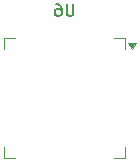
<source format=gbr>
%TF.GenerationSoftware,KiCad,Pcbnew,9.0.6*%
%TF.CreationDate,2026-01-01T00:57:53+05:30*%
%TF.ProjectId,fc,66632e6b-6963-4616-945f-706362585858,rev?*%
%TF.SameCoordinates,Original*%
%TF.FileFunction,Legend,Bot*%
%TF.FilePolarity,Positive*%
%FSLAX46Y46*%
G04 Gerber Fmt 4.6, Leading zero omitted, Abs format (unit mm)*
G04 Created by KiCad (PCBNEW 9.0.6) date 2026-01-01 00:57:53*
%MOMM*%
%LPD*%
G01*
G04 APERTURE LIST*
%ADD10C,0.150000*%
%ADD11C,0.120000*%
G04 APERTURE END LIST*
D10*
X150601904Y-90684819D02*
X150601904Y-91494342D01*
X150601904Y-91494342D02*
X150554285Y-91589580D01*
X150554285Y-91589580D02*
X150506666Y-91637200D01*
X150506666Y-91637200D02*
X150411428Y-91684819D01*
X150411428Y-91684819D02*
X150220952Y-91684819D01*
X150220952Y-91684819D02*
X150125714Y-91637200D01*
X150125714Y-91637200D02*
X150078095Y-91589580D01*
X150078095Y-91589580D02*
X150030476Y-91494342D01*
X150030476Y-91494342D02*
X150030476Y-90684819D01*
X149125714Y-90684819D02*
X149316190Y-90684819D01*
X149316190Y-90684819D02*
X149411428Y-90732438D01*
X149411428Y-90732438D02*
X149459047Y-90780057D01*
X149459047Y-90780057D02*
X149554285Y-90922914D01*
X149554285Y-90922914D02*
X149601904Y-91113390D01*
X149601904Y-91113390D02*
X149601904Y-91494342D01*
X149601904Y-91494342D02*
X149554285Y-91589580D01*
X149554285Y-91589580D02*
X149506666Y-91637200D01*
X149506666Y-91637200D02*
X149411428Y-91684819D01*
X149411428Y-91684819D02*
X149220952Y-91684819D01*
X149220952Y-91684819D02*
X149125714Y-91637200D01*
X149125714Y-91637200D02*
X149078095Y-91589580D01*
X149078095Y-91589580D02*
X149030476Y-91494342D01*
X149030476Y-91494342D02*
X149030476Y-91256247D01*
X149030476Y-91256247D02*
X149078095Y-91161009D01*
X149078095Y-91161009D02*
X149125714Y-91113390D01*
X149125714Y-91113390D02*
X149220952Y-91065771D01*
X149220952Y-91065771D02*
X149411428Y-91065771D01*
X149411428Y-91065771D02*
X149506666Y-91113390D01*
X149506666Y-91113390D02*
X149554285Y-91161009D01*
X149554285Y-91161009D02*
X149601904Y-91256247D01*
D11*
%TO.C,U6*%
X144730000Y-93520000D02*
X144730000Y-94470000D01*
X144730000Y-102790000D02*
X144730000Y-103740000D01*
X144730000Y-103740000D02*
X145680000Y-103740000D01*
X145680000Y-93520000D02*
X144730000Y-93520000D01*
X154000000Y-103740000D02*
X154950000Y-103740000D01*
X154950000Y-93520000D02*
X154000000Y-93520000D01*
X154950000Y-94470000D02*
X154950000Y-93520000D01*
X154950000Y-103740000D02*
X154950000Y-102790000D01*
X155590000Y-94470000D02*
X155250000Y-94000000D01*
X155930000Y-94000000D01*
X155590000Y-94470000D01*
G36*
X155590000Y-94470000D02*
G01*
X155250000Y-94000000D01*
X155930000Y-94000000D01*
X155590000Y-94470000D01*
G37*
%TD*%
M02*

</source>
